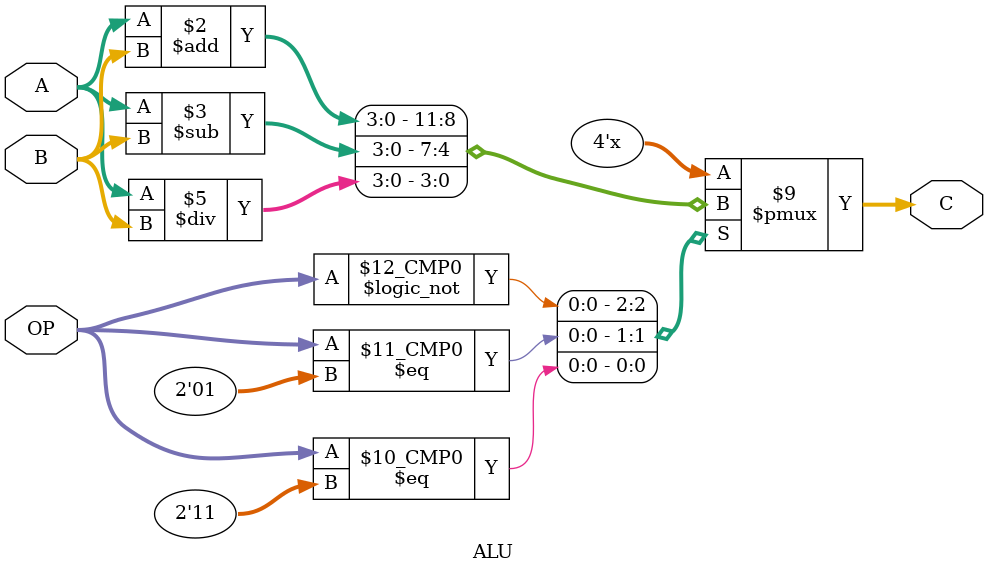
<source format=v>
module ALU (C,A,B,OP);

input [3:0] A;
input [3:0] B;
input [1:0] OP;

parameter Add = 2'b00;
parameter Sub = 2'b01;
parameter Mul = 2'b10;
parameter Div = 2'b11;

output [3:0] C;

reg [3:0] C;
reg [7:0] Temp;

always @ (OP,A,B) begin

case(OP)

 Add :  C <= A + B;
 Sub :  C <= A - B;
 Mul : begin
       Temp <= A * B;
       C    <= Temp;      
       end
 Div : C <= A / B ;  


endcase

end

endmodule

</source>
